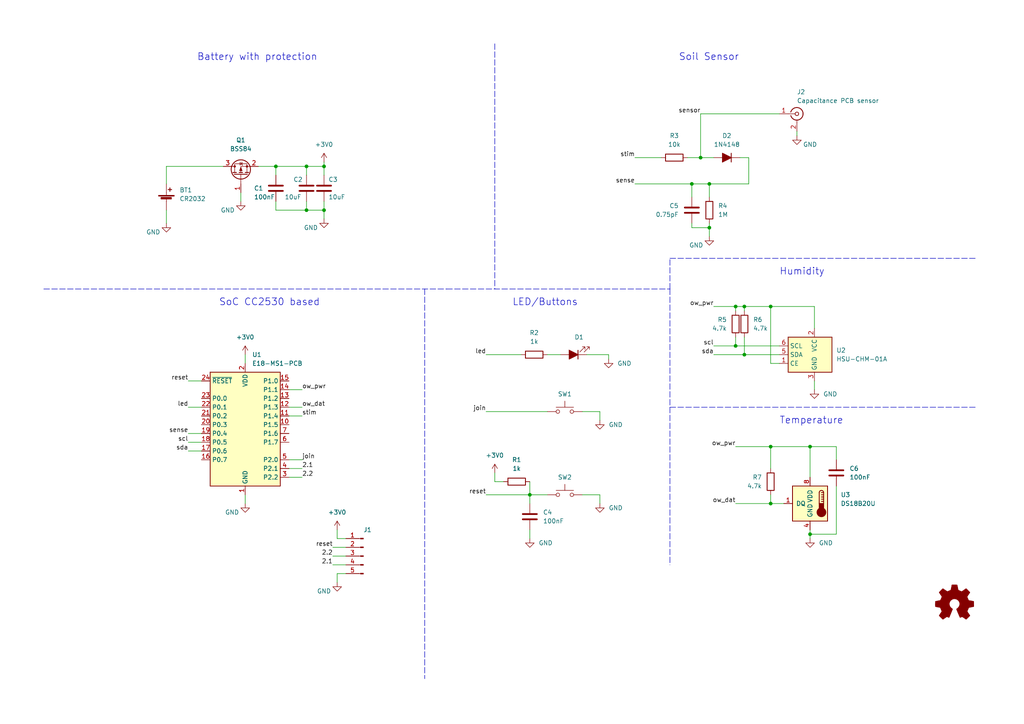
<source format=kicad_sch>
(kicad_sch (version 20211123) (generator eeschema)
  (paper "A4")
  (title_block (title "flower mon") (date "2022-05-24") (rev "r2.1") (company "Greg Davill <greg.davill@gmail.com>") (comment 2 "OSHW: GPL-3.0") (comment 3 "https://github.com/gregdavill/flower-mon") (comment 4 "Zigbee based Soil monitor"))
  (lib_symbols
    (symbol "Connector:Conn_01x05_Male" (pin_names (offset 1.016) hide)
      (property "Reference" "J" (at 0 7.62 0))
      (property "Value" "Conn_01x05_Male" (at 0 -7.62 0))
      (symbol "Conn_01x05_Male_1_1"
        (polyline (pts (xy 1.27 -5.08) (xy 0.8636 -5.08)) (stroke (width 0.1524)))
        (polyline (pts (xy 1.27 -2.54) (xy 0.8636 -2.54)) (stroke (width 0.1524)))
        (polyline (pts (xy 1.27 0) (xy 0.8636 0)) (stroke (width 0.1524)))
        (polyline (pts (xy 1.27 2.54) (xy 0.8636 2.54)) (stroke (width 0.1524)))
        (polyline (pts (xy 1.27 5.08) (xy 0.8636 5.08)) (stroke (width 0.1524)))
        (rectangle (start 0.8636 -4.953) (end 0 -5.207) (stroke (width 0.1524)) (fill (type outline)))
        (rectangle (start 0.8636 -2.413) (end 0 -2.667) (stroke (width 0.1524)) (fill (type outline)))
        (rectangle (start 0.8636 0.127) (end 0 -0.127) (stroke (width 0.1524)) (fill (type outline)))
        (rectangle (start 0.8636 2.667) (end 0 2.413) (stroke (width 0.1524)) (fill (type outline)))
        (rectangle (start 0.8636 5.207) (end 0 4.953) (stroke (width 0.1524)) (fill (type outline)))
        (pin passive line (at 5.08 5.08 180) (length 3.81) (name "Pin_1") (number "1"))
        (pin passive line (at 5.08 2.54 180) (length 3.81) (name "Pin_2") (number "2"))
        (pin passive line (at 5.08 0 180) (length 3.81) (name "Pin_3") (number "3"))
        (pin passive line (at 5.08 -2.54 180) (length 3.81) (name "Pin_4") (number "4"))
        (pin passive line (at 5.08 -5.08 180) (length 3.81) (name "Pin_5") (number "5"))
      )
    )
    (symbol "Connector:Conn_Coaxial" (pin_names (offset 1.016) hide)
      (property "Reference" "J" (at 0.254 3.048 0))
      (property "Value" "Conn_Coaxial" (at 2.921 0 90))
      (symbol "Conn_Coaxial_0_1"
        (arc (start -1.778 -0.508) (mid 0.222 -1.808) (end 1.778 0) (stroke (width 0.254)))
        (polyline (pts (xy -2.54 0) (xy -0.508 0)))
        (polyline (pts (xy 0 -2.54) (xy 0 -1.778)))
        (circle (center 0 0) (radius 0.508) (stroke (width 0.2032)))
        (arc (start 1.778 0) (mid 0.222 1.8083) (end -1.778 0.508) (stroke (width 0.254)))
      )
      (symbol "Conn_Coaxial_1_1"
        (pin passive line (at -5.08 0 0) (length 2.54) (name "In") (number "1"))
        (pin passive line (at 0 -5.08 90) (length 2.54) (name "Ext") (number "2"))
      )
    )
    (symbol "Device:Battery_Cell" (pin_numbers hide) (pin_names (offset 0) hide)
      (property "Reference" "BT" (at 2.54 2.54 0))
      (property "Value" "Battery_Cell" (at 2.54 0 0))
      (symbol "Battery_Cell_0_1"
        (rectangle (start -2.286 1.778) (end 2.286 1.524) (fill (type outline)))
        (rectangle (start -1.5748 1.1938) (end 1.4732 0.6858) (fill (type outline)))
        (polyline (pts (xy 0 0.762) (xy 0 0)))
        (polyline (pts (xy 0 1.778) (xy 0 2.54)))
        (polyline (pts (xy 0.508 3.429) (xy 1.524 3.429)) (stroke (width 0.254)))
        (polyline (pts (xy 1.016 3.937) (xy 1.016 2.921)) (stroke (width 0.254)))
      )
      (symbol "Battery_Cell_1_1"
        (pin passive line (at 0 5.08 270) (length 2.54) (name "+") (number "1"))
        (pin passive line (at 0 -2.54 90) (length 2.54) (name "-") (number "2"))
      )
    )
    (symbol "Device:C" (pin_numbers hide) (pin_names (offset 0.254))
      (property "Reference" "C" (at 0.635 2.54 0))
      (property "Value" "C" (at 0.635 -2.54 0))
      (symbol "C_0_1"
        (polyline (pts (xy -2.032 -0.762) (xy 2.032 -0.762)) (stroke (width 0.508)))
        (polyline (pts (xy -2.032 0.762) (xy 2.032 0.762)) (stroke (width 0.508)))
      )
      (symbol "C_1_1"
        (pin passive line (at 0 3.81 270) (length 2.794) (name "~") (number "1"))
        (pin passive line (at 0 -3.81 90) (length 2.794) (name "~") (number "2"))
      )
    )
    (symbol "Device:D_Filled" (pin_numbers hide) (pin_names (offset 1.016) hide)
      (property "Reference" "D" (at 0 2.54 0))
      (property "Value" "D_Filled" (at 0 -2.54 0))
      (symbol "D_Filled_0_1"
        (polyline (pts (xy -1.27 1.27) (xy -1.27 -1.27)) (stroke (width 0.254)))
        (polyline (pts (xy 1.27 0) (xy -1.27 0)))
        (polyline (pts (xy 1.27 1.27) (xy 1.27 -1.27) (xy -1.27 0) (xy 1.27 1.27)) (stroke (width 0.254)) (fill (type outline)))
      )
      (symbol "D_Filled_1_1"
        (pin passive line (at -3.81 0 0) (length 2.54) (name "K") (number "1"))
        (pin passive line (at 3.81 0 180) (length 2.54) (name "A") (number "2"))
      )
    )
    (symbol "Device:LED_Filled" (pin_numbers hide) (pin_names (offset 1.016) hide)
      (property "Reference" "D" (at 0 2.54 0))
      (property "Value" "LED_Filled" (at 0 -2.54 0))
      (symbol "LED_Filled_0_1"
        (polyline (pts (xy -1.27 -1.27) (xy -1.27 1.27)) (stroke (width 0.254)))
        (polyline (pts (xy -1.27 0) (xy 1.27 0)))
        (polyline (pts (xy 1.27 -1.27) (xy 1.27 1.27) (xy -1.27 0) (xy 1.27 -1.27)) (stroke (width 0.254)) (fill (type outline)))
        (polyline (pts (xy -3.048 -0.762) (xy -4.572 -2.286) (xy -3.81 -2.286) (xy -4.572 -2.286) (xy -4.572 -1.524)))
        (polyline (pts (xy -1.778 -0.762) (xy -3.302 -2.286) (xy -2.54 -2.286) (xy -3.302 -2.286) (xy -3.302 -1.524)))
      )
      (symbol "LED_Filled_1_1"
        (pin passive line (at -3.81 0 0) (length 2.54) (name "K") (number "1"))
        (pin passive line (at 3.81 0 180) (length 2.54) (name "A") (number "2"))
      )
    )
    (symbol "Device:Q_PMOS_GSD" (pin_names (offset 0) hide)
      (property "Reference" "Q" (at 5.08 1.27 0))
      (property "Value" "Q_PMOS_GSD" (at 5.08 -1.27 0))
      (symbol "Q_PMOS_GSD_0_1"
        (polyline (pts (xy 0.254 0) (xy -2.54 0)))
        (polyline (pts (xy 0.254 1.905) (xy 0.254 -1.905)) (stroke (width 0.254)))
        (polyline (pts (xy 0.762 -1.27) (xy 0.762 -2.286)) (stroke (width 0.254)))
        (polyline (pts (xy 0.762 0.508) (xy 0.762 -0.508)) (stroke (width 0.254)))
        (polyline (pts (xy 0.762 2.286) (xy 0.762 1.27)) (stroke (width 0.254)))
        (polyline (pts (xy 2.54 2.54) (xy 2.54 1.778)))
        (polyline (pts (xy 2.54 -2.54) (xy 2.54 0) (xy 0.762 0)))
        (polyline (pts (xy 0.762 1.778) (xy 3.302 1.778) (xy 3.302 -1.778) (xy 0.762 -1.778)))
        (polyline (pts (xy 2.286 0) (xy 1.27 0.381) (xy 1.27 -0.381) (xy 2.286 0)) (fill (type outline)))
        (polyline (pts (xy 2.794 -0.508) (xy 2.921 -0.381) (xy 3.683 -0.381) (xy 3.81 -0.254)))
        (polyline (pts (xy 3.302 -0.381) (xy 2.921 0.254) (xy 3.683 0.254) (xy 3.302 -0.381)))
        (circle (center 1.651 0) (radius 2.794) (stroke (width 0.254)))
        (circle (center 2.54 -1.778) (radius 0.254) (fill (type outline)))
        (circle (center 2.54 1.778) (radius 0.254) (fill (type outline)))
      )
      (symbol "Q_PMOS_GSD_1_1"
        (pin input line (at -5.08 0 0) (length 2.54) (name "G") (number "1"))
        (pin passive line (at 2.54 -5.08 90) (length 2.54) (name "S") (number "2"))
        (pin passive line (at 2.54 5.08 270) (length 2.54) (name "D") (number "3"))
      )
    )
    (symbol "Device:R" (pin_numbers hide) (pin_names (offset 0))
      (property "Reference" "R" (at 2.032 0 90))
      (property "Value" "R" (at 0 0 90))
      (symbol "R_0_1"
        (rectangle (start -1.016 -2.54) (end 1.016 2.54) (stroke (width 0.254)))
      )
      (symbol "R_1_1"
        (pin passive line (at 0 3.81 270) (length 1.27) (name "~") (number "1"))
        (pin passive line (at 0 -3.81 90) (length 1.27) (name "~") (number "2"))
      )
    )
    (symbol "Graphic:Logo_Open_Hardware_Small" (pin_names (offset 1.016))
      (symbol "Logo_Open_Hardware_Small_0_1"
        (polyline (pts (xy 3.3528 -4.3434) (xy 3.302 -4.318) (xy 3.175 -4.2418) (xy 2.9972 -4.1148) (xy 2.7686 -3.9624) (xy 2.54 -3.81) (xy 2.3622 -3.7084) (xy 2.2352 -3.6068) (xy 2.1844 -3.5814) (xy 2.159 -3.6068) (xy 2.0574 -3.6576) (xy 1.905 -3.7338) (xy 1.8034 -3.7846) (xy 1.6764 -3.8354) (xy 1.6002 -3.8354) (xy 1.6002 -3.8354) (xy 1.5494 -3.7338) (xy 1.4732 -3.5306) (xy 1.3462 -3.302) (xy 1.2446 -3.0226) (xy 1.1176 -2.7178) (xy 0.9652 -2.413) (xy 0.8636 -2.1082) (xy 0.7366 -1.8288) (xy 0.6604 -1.6256) (xy 0.6096 -1.4732) (xy 0.5842 -1.397) (xy 0.5842 -1.397) (xy 0.6604 -1.3208) (xy 0.7874 -1.2446) (xy 1.0414 -1.016) (xy 1.2954 -0.6858) (xy 1.4478 -0.3302) (xy 1.524 0.0762) (xy 1.4732 0.4572) (xy 1.3208 0.8128) (xy 1.0668 1.143) (xy 0.762 1.3716) (xy 0.4064 1.524) (xy 0 1.5748) (xy -0.381 1.5494) (xy -0.7366 1.397) (xy -1.0668 1.143) (xy -1.2192 0.9906) (xy -1.397 0.6604) (xy -1.524 0.3048) (xy -1.524 0.2286) (xy -1.4986 -0.1778) (xy -1.397 -0.5334) (xy -1.1938 -0.8636) (xy -0.9144 -1.143) (xy -0.8636 -1.1684) (xy -0.7366 -1.27) (xy -0.635 -1.3462) (xy -0.5842 -1.397) (xy -1.0668 -2.5908) (xy -1.143 -2.794) (xy -1.2954 -3.1242) (xy -1.397 -3.4036) (xy -1.4986 -3.6322) (xy -1.5748 -3.7846) (xy -1.6002 -3.8354) (xy -1.6002 -3.8354) (xy -1.651 -3.8354) (xy -1.7272 -3.81) (xy -1.905 -3.7338) (xy -2.0066 -3.683) (xy -2.1336 -3.6068) (xy -2.2098 -3.5814) (xy -2.2606 -3.6068) (xy -2.3622 -3.683) (xy -2.54 -3.81) (xy -2.7686 -3.9624) (xy -2.9718 -4.0894) (xy -3.1496 -4.2164) (xy -3.302 -4.318) (xy -3.3528 -4.3434) (xy -3.3782 -4.3434) (xy -3.429 -4.318) (xy -3.5306 -4.2164) (xy -3.7084 -4.064) (xy -3.937 -3.8354) (xy -3.9624 -3.81) (xy -4.1656 -3.6068) (xy -4.318 -3.4544) (xy -4.4196 -3.3274) (xy -4.445 -3.2766) (xy -4.445 -3.2766) (xy -4.4196 -3.2258) (xy -4.318 -3.0734) (xy -4.2164 -2.8956) (xy -4.064 -2.667) (xy -3.6576 -2.0828) (xy -3.8862 -1.5494) (xy -3.937 -1.3716) (xy -4.0386 -1.1684) (xy -4.0894 -1.0414) (xy -4.1148 -0.9652) (xy -4.191 -0.9398) (xy -4.318 -0.9144) (xy -4.5466 -0.8636) (xy -4.8006 -0.8128) (xy -5.0546 -0.7874) (xy -5.2578 -0.7366) (xy -5.4356 -0.7112) (xy -5.5118 -0.6858) (xy -5.5118 -0.6858) (xy -5.5372 -0.635) (xy -5.5372 -0.5588) (xy -5.5372 -0.4318) (xy -5.5626 -0.2286) (xy -5.5626 0.0762) (xy -5.5626 0.127) (xy -5.5372 0.4064) (xy -5.5372 0.635) (xy -5.5372 0.762) (xy -5.5372 0.8382) (xy -5.5372 0.8382) (xy -5.461 0.8382) (xy -5.3086 0.889) (xy -5.08 0.9144) (xy -4.826 0.9652) (xy -4.8006 0.9906) (xy -4.5466 1.0414) (xy -4.318 1.0668) (xy -4.1656 1.1176) (xy -4.0894 1.143) (xy -4.0894 1.143) (xy -4.0386 1.2446) (xy -3.9624 1.4224) (xy -3.8608 1.6256) (xy -3.7846 1.8288) (xy -3.7084 2.0066) (xy -3.6576 2.159) (xy -3.6322 2.2098) (xy -3.6322 2.2098) (xy -3.683 2.286) (xy -3.7592 2.413) (xy -3.8862 2.5908) (xy -4.064 2.8194) (xy -4.064 2.8448) (xy -4.2164 3.0734) (xy -4.3434 3.2512) (xy -4.4196 3.3782) (xy -4.445 3.4544) (xy -4.445 3.4544) (xy -4.3942 3.5052) (xy -4.2926 3.6322) (xy -4.1148 3.81) (xy -3.937 4.0132) (xy -3.8608 4.064) (xy -3.6576 4.2926) (xy -3.5052 4.4196) (xy -3.4036 4.4958) (xy -3.3528 4.5212) (xy -3.3528 4.5212) (xy -3.302 4.4704) (xy -3.1496 4.3688) (xy -2.9718 4.2418) (xy -2.7432 4.0894) (xy -2.7178 4.0894) (xy -2.4892 3.937) (xy -2.3114 3.81) (xy -2.1844 3.7084) (xy -2.1336 3.683) (xy -2.1082 3.683) (xy -2.032 3.7084) (xy -1.8542 3.7592) (xy -1.6764 3.8354) (xy -1.4732 3.937) (xy -1.27 4.0132) (xy -1.143 4.064) (xy -1.0668 4.1148) (xy -1.0668 4.1148) (xy -1.0414 4.191) (xy -1.016 4.3434) (xy -0.9652 4.572) (xy -0.9144 4.8514) (xy -0.889 4.9022) (xy -0.8382 5.1562) (xy -0.8128 5.3848) (xy -0.7874 5.5372) (xy -0.762 5.588) (xy -0.7112 5.6134) (xy -0.5842 5.6134) (xy -0.4064 5.6134) (xy -0.1524 5.6134) (xy 0.0762 5.6134) (xy 0.3302 5.6134) (xy 0.5334 5.6134) (xy 0.6858 5.588) (xy 0.7366 5.588) (xy 0.7366 5.588) (xy 0.762 5.5118) (xy 0.8128 5.334) (xy 0.8382 5.1054) (xy 0.9144 4.826) (xy 0.9144 4.7752) (xy 0.9652 4.5212) (xy 1.016 4.2926) (xy 1.0414 4.1402) (xy 1.0668 4.0894) (xy 1.0668 4.0894) (xy 1.1938 4.0386) (xy 1.3716 3.9624) (xy 1.5748 3.8608) (xy 2.0828 3.6576) (xy 2.7178 4.0894) (xy 2.7686 4.1402) (xy 2.9972 4.2926) (xy 3.175 4.4196) (xy 3.302 4.4958) (xy 3.3782 4.5212) (xy 3.3782 4.5212) (xy 3.429 4.4704) (xy 3.556 4.3434) (xy 3.7338 4.191) (xy 3.9116 3.9878) (xy 4.064 3.8354) (xy 4.2418 3.6576) (xy 4.3434 3.556) (xy 4.4196 3.4798) (xy 4.4196 3.429) (xy 4.4196 3.4036) (xy 4.3942 3.3274) (xy 4.2926 3.2004) (xy 4.1656 2.9972) (xy 4.0132 2.794) (xy 3.8862 2.5908) (xy 3.7592 2.3876) (xy 3.6576 2.2352) (xy 3.6322 2.159) (xy 3.6322 2.1336) (xy 3.683 2.0066) (xy 3.7592 1.8288) (xy 3.8608 1.6002) (xy 4.064 1.1176) (xy 4.3942 1.0414) (xy 4.5974 1.016) (xy 4.8768 0.9652) (xy 5.1308 0.9144) (xy 5.5372 0.8382) (xy 5.5626 -0.6604) (xy 5.4864 -0.6858) (xy 5.4356 -0.6858) (xy 5.2832 -0.7366) (xy 5.0546 -0.762) (xy 4.8006 -0.8128) (xy 4.5974 -0.8636) (xy 4.3688 -0.9144) (xy 4.2164 -0.9398) (xy 4.1402 -0.9398) (xy 4.1148 -0.9652) (xy 4.064 -1.0668) (xy 3.9878 -1.2446) (xy 3.9116 -1.4478) (xy 3.81 -1.651) (xy 3.7338 -1.8542) (xy 3.683 -2.0066) (xy 3.6576 -2.0828) (xy 3.683 -2.1336) (xy 3.7846 -2.2606) (xy 3.8862 -2.4638) (xy 4.0386 -2.667) (xy 4.191 -2.8956) (xy 4.318 -3.0734) (xy 4.3942 -3.2004) (xy 4.445 -3.2766) (xy 4.4196 -3.3274) (xy 4.3434 -3.429) (xy 4.1656 -3.5814) (xy 3.937 -3.8354) (xy 3.8862 -3.8608) (xy 3.683 -4.064) (xy 3.5306 -4.2164) (xy 3.4036 -4.318) (xy 3.3528 -4.3434)) (fill (type outline)))
      )
    )
    (symbol "RF_Module:E18-MS1-PCB"
      (property "Reference" "U" (at -2.54 21.59 0))
      (property "Value" "E18-MS1-PCB" (at -2.54 19.05 0))
      (symbol "E18-MS1-PCB_0_1"
        (rectangle (start -10.16 17.78) (end 10.16 -15.24) (stroke (width 0.254)) (fill (type background)))
      )
      (symbol "E18-MS1-PCB_1_1"
        (pin power_in line (at 0 -17.78 90) (length 2.54) (name "GND") (number "1"))
        (pin bidirectional line (at 12.7 2.54 180) (length 2.54) (name "P1.5") (number "10"))
        (pin bidirectional line (at 12.7 5.08 180) (length 2.54) (name "P1.4") (number "11"))
        (pin bidirectional line (at 12.7 7.62 180) (length 2.54) (name "P1.3") (number "12"))
        (pin bidirectional line (at 12.7 10.16 180) (length 2.54) (name "P1.2") (number "13"))
        (pin bidirectional line (at 12.7 12.7 180) (length 2.54) (name "P1.1") (number "14"))
        (pin bidirectional line (at 12.7 15.24 180) (length 2.54) (name "P1.0") (number "15"))
        (pin bidirectional line (at -12.7 -7.62 0) (length 2.54) (name "P0.7") (number "16"))
        (pin bidirectional line (at -12.7 -5.08 0) (length 2.54) (name "P0.6") (number "17"))
        (pin bidirectional line (at -12.7 -2.54 0) (length 2.54) (name "P0.5") (number "18"))
        (pin bidirectional line (at -12.7 0 0) (length 2.54) (name "P0.4") (number "19"))
        (pin power_in line (at 0 20.32 270) (length 2.54) (name "VDD") (number "2"))
        (pin bidirectional line (at -12.7 2.54 0) (length 2.54) (name "P0.3") (number "20"))
        (pin bidirectional line (at -12.7 5.08 0) (length 2.54) (name "P0.2") (number "21"))
        (pin bidirectional line (at -12.7 7.62 0) (length 2.54) (name "P0.1") (number "22"))
        (pin bidirectional line (at -12.7 10.16 0) (length 2.54) (name "P0.0") (number "23"))
        (pin input line (at -12.7 15.24 0) (length 2.54) (name "~{RESET}") (number "24"))
        (pin bidirectional line (at 12.7 -12.7 180) (length 2.54) (name "P2.2") (number "3"))
        (pin bidirectional line (at 12.7 -10.16 180) (length 2.54) (name "P2.1") (number "4"))
        (pin bidirectional line (at 12.7 -7.62 180) (length 2.54) (name "P2.0") (number "5"))
        (pin bidirectional line (at 12.7 -2.54 180) (length 2.54) (name "P1.7") (number "6"))
        (pin bidirectional line (at 12.7 0 180) (length 2.54) (name "P1.6") (number "7"))
        (pin no_connect line (at -10.16 -10.16 0) (length 2.54) hide (name "NC") (number "8"))
        (pin no_connect line (at -10.16 -12.7 0) (length 2.54) hide (name "NC") (number "9"))
      )
    )
    (symbol "Sensor_Temperature:DS18B20U" (pin_names (offset 1.016))
      (property "Reference" "U" (at -3.81 6.35 0))
      (property "Value" "DS18B20U" (at 6.35 6.35 0))
      (symbol "DS18B20U_0_1"
        (rectangle (start -5.08 5.08) (end 5.08 -5.08) (stroke (width 0.254)) (fill (type background)))
        (circle (center -3.302 -2.54) (radius 1.27) (stroke (width 0.254)) (fill (type outline)))
        (rectangle (start -2.667 -1.905) (end -3.937 0) (stroke (width 0.254)) (fill (type outline)))
        (arc (start -2.667 3.175) (mid -3.302 3.81) (end -3.937 3.175) (stroke (width 0.254)))
        (polyline (pts (xy -3.937 0.635) (xy -3.302 0.635)) (stroke (width 0.254)))
        (polyline (pts (xy -3.937 1.27) (xy -3.302 1.27)) (stroke (width 0.254)))
        (polyline (pts (xy -3.937 1.905) (xy -3.302 1.905)) (stroke (width 0.254)))
        (polyline (pts (xy -3.937 2.54) (xy -3.302 2.54)) (stroke (width 0.254)))
        (polyline (pts (xy -3.937 3.175) (xy -3.937 0)) (stroke (width 0.254)))
        (polyline (pts (xy -3.937 3.175) (xy -3.302 3.175)) (stroke (width 0.254)))
        (polyline (pts (xy -2.667 3.175) (xy -2.667 0)) (stroke (width 0.254)))
      )
      (symbol "DS18B20U_1_1"
        (pin bidirectional line (at 7.62 0 180) (length 2.54) (name "DQ") (number "1"))
        (pin no_connect line (at -7.62 2.54 0) (length 2.54) hide (name "NC") (number "2"))
        (pin no_connect line (at -7.62 0 0) (length 2.54) hide (name "NC") (number "3"))
        (pin power_in line (at 0 -7.62 90) (length 2.54) (name "GND") (number "4"))
        (pin no_connect line (at -7.62 -2.54 0) (length 2.54) hide (name "NC") (number "5"))
        (pin no_connect line (at 7.62 2.54 180) (length 2.54) hide (name "NC") (number "6"))
        (pin no_connect line (at 7.62 -2.54 180) (length 2.54) hide (name "NC") (number "7"))
        (pin power_in line (at 0 7.62 270) (length 2.54) (name "VDD") (number "8"))
      )
    )
    (symbol "Switch:SW_Push" (pin_numbers hide) (pin_names (offset 1.016) hide)
      (property "Reference" "SW" (at 1.27 2.54 0))
      (property "Value" "SW_Push" (at 0 -1.524 0))
      (symbol "SW_Push_0_1"
        (circle (center -2.032 0) (radius 0.508))
        (polyline (pts (xy 0 1.27) (xy 0 3.048)))
        (polyline (pts (xy 2.54 1.27) (xy -2.54 1.27)))
        (circle (center 2.032 0) (radius 0.508))
        (pin passive line (at -5.08 0 0) (length 2.54) (name "1") (number "1"))
        (pin passive line (at 5.08 0 180) (length 2.54) (name "2") (number "2"))
      )
    )
    (symbol "lib:HSU-CHM-01A"
      (property "Reference" "U?" (at -8.89 1.2701 0))
      (property "Value" "HSU-CHM-01A" (at -8.89 -1.2699 0))
      (symbol "HSU-CHM-01A_0_1"
        (rectangle (start -7.62 5.08) (end 5.08 -5.08) (stroke (width 0.254)) (fill (type background)))
      )
      (symbol "HSU-CHM-01A_1_1"
        (pin input line (at 7.62 -2.54 180) (length 2.54) (name "CE") (number "1"))
        (pin power_in line (at -2.54 7.62 270) (length 2.54) (name "VCC") (number "2"))
        (pin power_in line (at -2.54 -7.62 90) (length 2.54) (name "GND") (number "3"))
        (pin no_connect line (at -7.62 0 0) (length 2.54) hide (name "NC") (number "3"))
        (pin no_connect line (at -7.62 -2.54 0) (length 2.54) hide (name "NC") (number "4"))
        (pin bidirectional line (at 7.62 0 180) (length 2.54) (name "SDA") (number "5"))
        (pin input line (at 7.62 2.54 180) (length 2.54) (name "SCL") (number "6"))
      )
    )
    (symbol "power:+3V0" (power) (pin_names (offset 0))
      (property "Value" "+3V0" (at 0 3.556 0))
      (symbol "+3V0_0_1"
        (polyline (pts (xy -0.762 1.27) (xy 0 2.54)))
        (polyline (pts (xy 0 0) (xy 0 2.54)))
        (polyline (pts (xy 0 2.54) (xy 0.762 1.27)))
      )
      (symbol "+3V0_1_1"
        (pin power_in line (at 0 0 90) (length 0) hide (name "+3V0") (number "1"))
      )
    )
    (symbol "power:GND" (power) (pin_names (offset 0))
      (property "Value" "GND" (at 0 -3.81 0))
      (symbol "GND_0_1"
        (polyline (pts (xy 0 0) (xy 0 -1.27) (xy 1.27 -1.27) (xy 0 -2.54) (xy -1.27 -1.27) (xy 0 -1.27)))
      )
      (symbol "GND_1_1"
        (pin power_in line (at 0 0 270) (length 0) hide (name "GND") (number "1"))
      )
    )
  )
  (junction (at 88.9 48.26))
  (junction (at 234.95 129.54))
  (junction (at 234.95 154.94))
  (junction (at 205.74 66.04))
  (junction (at 215.9 88.9))
  (junction (at 88.9 60.96))
  (junction (at 213.36 88.9))
  (junction (at 223.52 146.05))
  (junction (at 93.98 60.96))
  (junction (at 223.52 88.9))
  (junction (at 93.98 48.26))
  (junction (at 215.9 102.87))
  (junction (at 213.36 100.33))
  (junction (at 205.74 53.34))
  (junction (at 203.2 45.72))
  (junction (at 223.52 129.54))
  (junction (at 153.67 143.51))
  (junction (at 200.66 53.34))
  (junction (at 80.01 48.26))
  (wire (pts (xy 48.26 60.96) (xy 48.26 64.77)))
  (wire (pts (xy 215.9 88.9) (xy 215.9 90.17)))
  (wire (pts (xy 71.12 102.87) (xy 71.12 105.41)))
  (wire (pts (xy 100.33 166.37) (xy 97.79 166.37)))
  (wire (pts (xy 54.61 118.11) (xy 58.42 118.11)))
  (wire (pts (xy 234.95 138.43) (xy 234.95 129.54)))
  (polyline (pts (xy 123.19 83.82) (xy 123.19 196.85)))
  (wire (pts (xy 83.82 120.65) (xy 87.63 120.65)))
  (wire (pts (xy 242.57 129.54) (xy 234.95 129.54)))
  (wire (pts (xy 88.9 48.26) (xy 93.98 48.26)))
  (wire (pts (xy 74.93 48.26) (xy 80.01 48.26)))
  (wire (pts (xy 83.82 118.11) (xy 87.63 118.11)))
  (wire (pts (xy 223.52 105.41) (xy 223.52 88.9)))
  (wire (pts (xy 213.36 97.79) (xy 213.36 100.33)))
  (polyline (pts (xy 129.54 83.82) (xy 194.31 83.82)))
  (wire (pts (xy 83.82 135.89) (xy 87.63 135.89)))
  (wire (pts (xy 213.36 88.9) (xy 207.01 88.9)))
  (wire (pts (xy 234.95 154.94) (xy 234.95 156.21)))
  (wire (pts (xy 242.57 133.35) (xy 242.57 129.54)))
  (wire (pts (xy 217.17 45.72) (xy 214.63 45.72)))
  (wire (pts (xy 199.39 45.72) (xy 203.2 45.72)))
  (polyline (pts (xy 194.31 74.93) (xy 283.21 74.93)))
  (wire (pts (xy 223.52 143.51) (xy 223.52 146.05)))
  (wire (pts (xy 213.36 88.9) (xy 213.36 90.17)))
  (wire (pts (xy 88.9 60.96) (xy 80.01 60.96)))
  (wire (pts (xy 205.74 53.34) (xy 205.74 57.15)))
  (wire (pts (xy 168.91 119.38) (xy 173.99 119.38)))
  (wire (pts (xy 234.95 153.67) (xy 234.95 154.94)))
  (wire (pts (xy 88.9 50.8) (xy 88.9 48.26)))
  (wire (pts (xy 236.22 110.49) (xy 236.22 113.03)))
  (wire (pts (xy 153.67 143.51) (xy 153.67 146.05)))
  (wire (pts (xy 223.52 146.05) (xy 227.33 146.05)))
  (wire (pts (xy 223.52 129.54) (xy 234.95 129.54)))
  (polyline (pts (xy 12.7 83.82) (xy 129.54 83.82)))
  (wire (pts (xy 215.9 97.79) (xy 215.9 102.87)))
  (wire (pts (xy 205.74 53.34) (xy 200.66 53.34)))
  (wire (pts (xy 146.05 139.7) (xy 143.51 139.7)))
  (wire (pts (xy 69.85 55.88) (xy 69.85 58.42)))
  (wire (pts (xy 223.52 88.9) (xy 215.9 88.9)))
  (wire (pts (xy 242.57 140.97) (xy 242.57 154.94)))
  (wire (pts (xy 153.67 143.51) (xy 158.75 143.51)))
  (wire (pts (xy 93.98 58.42) (xy 93.98 60.96)))
  (wire (pts (xy 213.36 129.54) (xy 223.52 129.54)))
  (wire (pts (xy 236.22 88.9) (xy 223.52 88.9)))
  (wire (pts (xy 83.82 133.35) (xy 87.63 133.35)))
  (wire (pts (xy 213.36 100.33) (xy 226.06 100.33)))
  (wire (pts (xy 176.53 102.87) (xy 176.53 104.14)))
  (wire (pts (xy 226.06 105.41) (xy 223.52 105.41)))
  (wire (pts (xy 173.99 119.38) (xy 173.99 121.92)))
  (wire (pts (xy 200.66 66.04) (xy 205.74 66.04)))
  (wire (pts (xy 48.26 53.34) (xy 48.26 48.26)))
  (wire (pts (xy 200.66 64.77) (xy 200.66 66.04)))
  (wire (pts (xy 88.9 58.42) (xy 88.9 60.96)))
  (wire (pts (xy 100.33 156.21) (xy 97.79 156.21)))
  (wire (pts (xy 153.67 139.7) (xy 153.67 143.51)))
  (wire (pts (xy 158.75 102.87) (xy 162.56 102.87)))
  (wire (pts (xy 217.17 53.34) (xy 217.17 45.72)))
  (wire (pts (xy 223.52 129.54) (xy 223.52 135.89)))
  (wire (pts (xy 205.74 66.04) (xy 205.74 68.58)))
  (polyline (pts (xy 194.31 118.11) (xy 283.21 118.11)))
  (wire (pts (xy 100.33 163.83) (xy 96.52 163.83)))
  (wire (pts (xy 203.2 45.72) (xy 203.2 33.02)))
  (polyline (pts (xy 194.31 83.82) (xy 194.31 74.93)))
  (wire (pts (xy 71.12 143.51) (xy 71.12 146.05)))
  (wire (pts (xy 200.66 53.34) (xy 184.15 53.34)))
  (wire (pts (xy 213.36 146.05) (xy 223.52 146.05)))
  (wire (pts (xy 217.17 53.34) (xy 205.74 53.34)))
  (wire (pts (xy 200.66 53.34) (xy 200.66 57.15)))
  (wire (pts (xy 83.82 113.03) (xy 87.63 113.03)))
  (wire (pts (xy 54.61 128.27) (xy 58.42 128.27)))
  (wire (pts (xy 54.61 130.81) (xy 58.42 130.81)))
  (polyline (pts (xy 143.51 12.7) (xy 143.51 83.82)))
  (wire (pts (xy 231.14 38.1) (xy 231.14 39.37)))
  (polyline (pts (xy 194.31 83.82) (xy 194.31 163.83)))
  (wire (pts (xy 97.79 156.21) (xy 97.79 153.67)))
  (wire (pts (xy 96.52 158.75) (xy 100.33 158.75)))
  (wire (pts (xy 203.2 33.02) (xy 226.06 33.02)))
  (wire (pts (xy 236.22 95.25) (xy 236.22 88.9)))
  (wire (pts (xy 207.01 102.87) (xy 215.9 102.87)))
  (wire (pts (xy 93.98 60.96) (xy 93.98 63.5)))
  (wire (pts (xy 205.74 64.77) (xy 205.74 66.04)))
  (wire (pts (xy 48.26 48.26) (xy 64.77 48.26)))
  (wire (pts (xy 100.33 161.29) (xy 96.52 161.29)))
  (wire (pts (xy 170.18 102.87) (xy 176.53 102.87)))
  (wire (pts (xy 153.67 153.67) (xy 153.67 156.21)))
  (wire (pts (xy 80.01 48.26) (xy 80.01 50.8)))
  (wire (pts (xy 83.82 138.43) (xy 87.63 138.43)))
  (wire (pts (xy 203.2 45.72) (xy 207.01 45.72)))
  (wire (pts (xy 54.61 125.73) (xy 58.42 125.73)))
  (wire (pts (xy 215.9 102.87) (xy 226.06 102.87)))
  (wire (pts (xy 242.57 154.94) (xy 234.95 154.94)))
  (wire (pts (xy 207.01 100.33) (xy 213.36 100.33)))
  (wire (pts (xy 80.01 58.42) (xy 80.01 60.96)))
  (wire (pts (xy 88.9 48.26) (xy 80.01 48.26)))
  (wire (pts (xy 173.99 143.51) (xy 173.99 146.05)))
  (wire (pts (xy 54.61 110.49) (xy 58.42 110.49)))
  (wire (pts (xy 97.79 166.37) (xy 97.79 168.91)))
  (wire (pts (xy 168.91 143.51) (xy 173.99 143.51)))
  (wire (pts (xy 140.97 143.51) (xy 153.67 143.51)))
  (wire (pts (xy 93.98 46.99) (xy 93.98 48.26)))
  (wire (pts (xy 93.98 60.96) (xy 88.9 60.96)))
  (wire (pts (xy 184.15 45.72) (xy 191.77 45.72)))
  (wire (pts (xy 215.9 88.9) (xy 213.36 88.9)))
  (wire (pts (xy 143.51 137.16) (xy 143.51 139.7)))
  (wire (pts (xy 140.97 102.87) (xy 151.13 102.87)))
  (wire (pts (xy 140.97 119.38) (xy 158.75 119.38)))
  (wire (pts (xy 93.98 48.26) (xy 93.98 50.8)))
  (text "Battery with protection" (at 57.15 17.78 0) (effects (font (size 2 2)) (justify left bottom)))
  (text "Humidity\n" (at 226.06 80.01 0) (effects (font (size 2 2)) (justify left bottom)))
  (text "Temperature" (at 226.06 123.19 0) (effects (font (size 2 2)) (justify left bottom)))
  (text "SoC CC2530 based" (at 63.5 88.9 0) (effects (font (size 2 2)) (justify left bottom)))
  (text "Soil Sensor" (at 196.85 17.78 0) (effects (font (size 2 2)) (justify left bottom)))
  (text "LED/Buttons" (at 148.59 88.9 0) (effects (font (size 2 2)) (justify left bottom)))
  (label "led" (at 140.97 102.87 180))
  (label "sense" (at 184.15 53.34 180))
  (label "ow_dat" (at 87.63 118.11 0))
  (label "stim" (at 184.15 45.72 180))
  (label "sense" (at 54.61 125.73 180))
  (label "reset" (at 96.52 158.75 180))
  (label "join" (at 140.97 119.38 180))
  (label "join" (at 87.63 133.35 0))
  (label "stim" (at 87.63 120.65 0))
  (label "scl" (at 207.01 100.33 180))
  (label "ow_pwr" (at 87.63 113.03 0))
  (label "sda" (at 207.01 102.87 180))
  (label "scl" (at 54.61 128.27 180))
  (label "reset" (at 54.61 110.49 180))
  (label "2.1" (at 96.52 163.83 180))
  (label "2.2" (at 87.63 138.43 0))
  (label "2.2" (at 96.52 161.29 180))
  (label "2.1" (at 87.63 135.89 0))
  (label "led" (at 54.61 118.11 180))
  (label "sensor" (at 203.2 33.02 180))
  (label "ow_pwr" (at 213.36 129.54 180))
  (label "ow_pwr" (at 207.01 88.9 180))
  (label "sda" (at 54.61 130.81 180))
  (label "ow_dat" (at 213.36 146.05 180))
  (label "reset" (at 140.97 143.51 180))
  (symbol (lib_id "Device:R") (at 223.52 139.7 180) (unit 1)
    (property "Reference" "R7" (at 220.98 138.4299 0) (effects (justify left)))
    (property "Value" "4.7k" (at 220.98 140.9699 0) (effects (justify left)))
    (property "Footprint" "Resistor_SMD:R_0402_1005Metric" (effects hide))
  )
  (symbol (lib_id "Connector:Conn_01x05_Male") (at 105.41 161.29 0) (mirror y) (unit 1)
    (property "Reference" "J1" (at 105.41 153.67 0) (effects (justify right)))
    (property "Value" "Conn_01x05_Male" (effects hide))
    (property "Footprint" "Connector_PinHeader_1.00mm:PinHeader_1x05_P1.00mm_Vertical" (effects hide))
  )
  (symbol (lib_id "Device:C") (at 242.57 137.16 0) (unit 1)
    (property "Reference" "C6" (at 246.38 135.8899 0) (effects (justify left)))
    (property "Value" "100nF" (at 246.38 138.4299 0) (effects (justify left)))
    (property "Footprint" "Capacitor_SMD:C_0402_1005Metric" (effects hide))
  )
  (symbol (lib_id "Graphic:Logo_Open_Hardware_Small") (at 276.86 175.26 0) (unit 1)
    (property "Reference" "#LOGO1" (effects hide))
    (property "Value" "Logo_Open_Hardware_Small" (effects hide))
  )
  (symbol (lib_id "power:GND") (at 153.67 156.21 0) (mirror y) (unit 1)
    (property "Reference" "#PWR0113" (effects hide))
    (property "Value" "GND" (at 156.21 157.4799 0) (effects (justify right)))
  )
  (symbol (lib_id "power:GND") (at 234.95 156.21 0) (mirror y) (unit 1)
    (property "Reference" "#PWR0116" (effects hide))
    (property "Value" "GND" (at 237.49 157.4799 0) (effects (justify right)))
  )
  (symbol (lib_id "power:GND") (at 173.99 146.05 0) (mirror y) (unit 1)
    (property "Reference" "#PWR0109" (effects hide))
    (property "Value" "GND" (at 176.53 147.3199 0) (effects (justify right)))
  )
  (symbol (lib_id "power:GND") (at 93.98 63.5 0) (mirror y) (unit 1)
    (property "Reference" "#PWR0106" (effects hide))
    (property "Value" "GND" (at 90.17 66.04 0))
  )
  (symbol (lib_id "power:GND") (at 205.74 68.58 0) (mirror y) (unit 1)
    (property "Reference" "#PWR0101" (effects hide))
    (property "Value" "GND" (at 201.93 71.12 0))
  )
  (symbol (lib_id "Device:R") (at 154.94 102.87 90) (unit 1)
    (property "Reference" "R2" (at 154.94 96.52 90))
    (property "Value" "1k" (at 154.94 99.06 90))
    (property "Footprint" "Resistor_SMD:R_0402_1005Metric" (effects hide))
  )
  (symbol (lib_id "Device:C") (at 80.01 54.61 0) (unit 1)
    (property "Reference" "C1" (at 73.66 54.61 0) (effects (justify left)))
    (property "Value" "100nF" (at 73.66 57.15 0) (effects (justify left)))
    (property "Footprint" "Capacitor_SMD:C_0402_1005Metric" (effects hide))
  )
  (symbol (lib_id "Device:C") (at 153.67 149.86 0) (mirror y) (unit 1)
    (property "Reference" "C4" (at 157.48 148.5899 0) (effects (justify right)))
    (property "Value" "100nF" (at 157.48 151.1299 0) (effects (justify right)))
    (property "Footprint" "Capacitor_SMD:C_0402_1005Metric" (effects hide))
  )
  (symbol (lib_id "power:+3V0") (at 97.79 153.67 0) (unit 1)
    (property "Reference" "#PWR0115" (effects hide))
    (property "Value" "+3V0" (at 97.79 148.59 0))
  )
  (symbol (lib_id "power:+3V0") (at 143.51 137.16 0) (unit 1)
    (property "Reference" "#PWR0110" (effects hide))
    (property "Value" "+3V0" (at 143.51 132.08 0))
  )
  (symbol (lib_id "Device:C") (at 88.9 54.61 0) (unit 1)
    (property "Reference" "C2" (at 85.09 52.07 0) (effects (justify left)))
    (property "Value" "10uF" (at 82.55 57.15 0) (effects (justify left)))
    (property "Footprint" "Capacitor_SMD:C_0603_1608Metric" (effects hide))
  )
  (symbol (lib_id "Device:R") (at 195.58 45.72 90) (unit 1)
    (property "Reference" "R3" (at 195.58 39.37 90))
    (property "Value" "10k" (at 195.58 41.91 90))
    (property "Footprint" "Resistor_SMD:R_0402_1005Metric" (effects hide))
  )
  (symbol (lib_id "power:GND") (at 231.14 39.37 0) (unit 1)
    (property "Reference" "#PWR0102" (effects hide))
    (property "Value" "GND" (at 234.95 41.91 0))
  )
  (symbol (lib_id "Device:Battery_Cell") (at 48.26 58.42 0) (unit 1)
    (property "Reference" "BT1" (at 52.07 55.1179 0) (effects (justify left)))
    (property "Value" "CR2032" (at 52.07 57.6579 0) (effects (justify left)))
    (property "Footprint" "Battery:BatteryHolder_LINX_BAT-HLD-012-SMT" (effects hide))
  )
  (symbol (lib_id "Device:R") (at 213.36 93.98 180) (unit 1)
    (property "Reference" "R5" (at 210.82 92.7099 0) (effects (justify left)))
    (property "Value" "4.7k" (at 210.82 95.2499 0) (effects (justify left)))
    (property "Footprint" "Resistor_SMD:R_0402_1005Metric" (effects hide))
  )
  (symbol (lib_id "power:GND") (at 69.85 58.42 0) (mirror y) (unit 1)
    (property "Reference" "#PWR0103" (effects hide))
    (property "Value" "GND" (at 66.04 60.96 0))
  )
  (symbol (lib_id "power:GND") (at 71.12 146.05 0) (mirror y) (unit 1)
    (property "Reference" "#PWR0112" (effects hide))
    (property "Value" "GND" (at 67.31 148.59 0))
  )
  (symbol (lib_id "power:GND") (at 48.26 64.77 0) (mirror y) (unit 1)
    (property "Reference" "#PWR0104" (effects hide))
    (property "Value" "GND" (at 44.45 67.31 0))
  )
  (symbol (lib_id "power:GND") (at 97.79 168.91 0) (mirror y) (unit 1)
    (property "Reference" "#PWR0114" (effects hide))
    (property "Value" "GND" (at 93.98 171.45 0))
  )
  (symbol (lib_id "power:GND") (at 236.22 113.03 0) (mirror y) (unit 1)
    (property "Reference" "#PWR0117" (effects hide))
    (property "Value" "GND" (at 238.76 114.2999 0) (effects (justify right)))
  )
  (symbol (lib_id "Switch:SW_Push") (at 163.83 143.51 0) (unit 1)
    (property "Reference" "SW2" (at 163.83 138.43 0))
    (property "Value" "SW_Push" (effects hide))
    (property "Footprint" "Button_Switch_SMD:SW_SPST_PTS810" (effects hide))
  )
  (symbol (lib_id "Device:C") (at 93.98 54.61 0) (unit 1)
    (property "Reference" "C3" (at 95.25 52.07 0) (effects (justify left)))
    (property "Value" "10uF" (at 95.25 57.15 0) (effects (justify left)))
    (property "Footprint" "Capacitor_SMD:C_0603_1608Metric" (effects hide))
  )
  (symbol (lib_id "Device:R") (at 215.9 93.98 180) (unit 1)
    (property "Reference" "R6" (at 218.44 92.7099 0) (effects (justify right)))
    (property "Value" "4.7k" (at 218.44 95.2499 0) (effects (justify right)))
    (property "Footprint" "Resistor_SMD:R_0402_1005Metric" (effects hide))
  )
  (symbol (lib_id "Device:R") (at 149.86 139.7 90) (unit 1)
    (property "Reference" "R1" (at 149.86 133.35 90))
    (property "Value" "1k" (at 149.86 135.89 90))
    (property "Footprint" "Resistor_SMD:R_0402_1005Metric" (effects hide))
  )
  (symbol (lib_id "power:GND") (at 176.53 104.14 0) (mirror y) (unit 1)
    (property "Reference" "#PWR0107" (effects hide))
    (property "Value" "GND" (at 179.07 105.4099 0) (effects (justify right)))
  )
  (symbol (lib_id "Device:R") (at 205.74 60.96 0) (mirror x) (unit 1)
    (property "Reference" "R4" (at 208.28 59.6899 0) (effects (justify left)))
    (property "Value" "1M" (at 208.28 62.2299 0) (effects (justify left)))
    (property "Footprint" "Resistor_SMD:R_0402_1005Metric" (effects hide))
  )
  (symbol (lib_id "lib:HSU-CHM-01A") (at 233.68 102.87 0) (mirror y) (unit 1)
    (property "Reference" "U2" (at 242.57 101.5999 0) (effects (justify right)))
    (property "Value" "HSU-CHM-01A" (at 242.57 104.1399 0) (effects (justify right)))
    (property "Footprint" "Package_DFN_QFN:DFN-6-1EP_2x2mm_P0.5mm_EP0.61x1.42mm" (effects hide))
    (property "Datasheet" "https://datasheet.lcsc.com/lcsc/1912111437_HDK-Hokuriku-Elec-Industry-HSU-CHM-01A_C235309.pdf" (effects hide))
  )
  (symbol (lib_id "Device:C") (at 200.66 60.96 0) (mirror y) (unit 1)
    (property "Reference" "C5" (at 196.85 59.6899 0) (effects (justify left)))
    (property "Value" "0.75pF" (at 196.85 62.2299 0) (effects (justify left)))
    (property "Footprint" "Capacitor_SMD:C_0402_1005Metric" (effects hide))
  )
  (symbol (lib_id "Switch:SW_Push") (at 163.83 119.38 0) (unit 1)
    (property "Reference" "SW1" (at 163.83 114.3 0))
    (property "Value" "SW_Push" (effects hide))
    (property "Footprint" "Button_Switch_SMD:SW_SPST_PTS810" (effects hide))
  )
  (symbol (lib_id "Device:Q_PMOS_GSD") (at 69.85 50.8 90) (unit 1)
    (property "Reference" "Q1" (at 69.85 40.64 90))
    (property "Value" "BSS84" (at 69.85 43.18 90))
    (property "Footprint" "Package_TO_SOT_SMD:SOT-23" (effects hide))
  )
  (symbol (lib_id "power:+3V0") (at 71.12 102.87 0) (unit 1)
    (property "Reference" "#PWR0111" (effects hide))
    (property "Value" "+3V0" (at 71.12 97.79 0))
  )
  (symbol (lib_id "power:GND") (at 173.99 121.92 0) (mirror y) (unit 1)
    (property "Reference" "#PWR0108" (effects hide))
    (property "Value" "GND" (at 176.53 123.1899 0) (effects (justify right)))
  )
  (symbol (lib_id "power:+3V0") (at 93.98 46.99 0) (unit 1)
    (property "Reference" "#PWR0105" (effects hide))
    (property "Value" "+3V0" (at 93.98 41.91 0))
  )
  (symbol (lib_id "Sensor_Temperature:DS18B20U") (at 234.95 146.05 0) (mirror y) (unit 1)
    (property "Reference" "U3" (at 243.84 143.51 0) (effects (justify right)))
    (property "Value" "DS18B20U" (at 243.84 146.05 0) (effects (justify right)))
    (property "Footprint" "Package_SO:MSOP-8_3x3mm_P0.65mm" (effects hide))
    (property "Datasheet" "http://datasheets.maximintegrated.com/en/ds/DS18B20.pdf" (effects hide))
  )
  (symbol (lib_id "RF_Module:E18-MS1-PCB") (at 71.12 125.73 0) (unit 1)
    (property "Reference" "U1" (at 73.1394 102.87 0) (effects (justify left)))
    (property "Value" "E18-MS1-PCB" (at 73.1394 105.41 0) (effects (justify left)))
    (property "Footprint" "RF_Module:E18-MS1-PCB" (effects hide))
    (property "Datasheet" "http://www.cdebyte.com/en/downpdf.aspx?id=122" (effects hide))
  )
  (symbol (lib_id "Device:D_Filled") (at 210.82 45.72 180) (unit 1)
    (property "Reference" "D2" (at 210.82 39.37 0))
    (property "Value" "1N4148" (at 210.82 41.91 0))
    (property "Footprint" "Diode_SMD:D_SOD-323F" (effects hide))
  )
  (symbol (lib_id "Connector:Conn_Coaxial") (at 231.14 33.02 0) (unit 1) (in_bom no)
    (property "Reference" "J2" (at 231.14 26.67 0) (effects (justify left)))
    (property "Value" "Capacitance PCB sensor" (at 231.14 29.21 0) (effects (justify left)))
    (property "Datasheet" " ~" (effects hide))
  )
  (symbol (lib_id "Device:LED_Filled") (at 166.37 102.87 180) (unit 1)
    (property "Reference" "D1" (at 167.9575 97.79 0))
    (property "Value" "green" (effects hide))
    (property "Footprint" "LED_SMD:LED_0603_1608Metric" (effects hide))
  )
)
</source>
